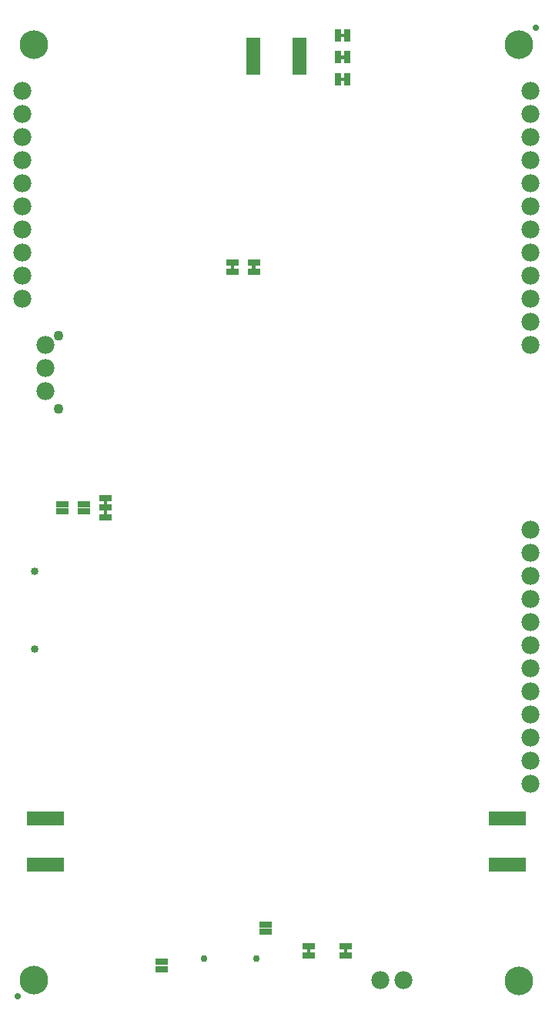
<source format=gbr>
G04 EAGLE Gerber RS-274X export*
G75*
%MOMM*%
%FSLAX34Y34*%
%LPD*%
%INSoldermask Bottom*%
%IPPOS*%
%AMOC8*
5,1,8,0,0,1.08239X$1,22.5*%
G01*
%ADD10C,0.750000*%
%ADD11R,1.370000X0.760400*%
%ADD12R,1.370000X0.735000*%
%ADD13C,1.979600*%
%ADD14R,0.760400X1.370000*%
%ADD15C,0.735000*%
%ADD16C,3.148000*%
%ADD17R,1.600000X4.100000*%
%ADD18R,4.100000X1.600000*%
%ADD19C,1.100000*%
%ADD20C,0.850000*%

G36*
X245175Y807097D02*
X245175Y807097D01*
X245241Y807099D01*
X245284Y807117D01*
X245331Y807125D01*
X245388Y807159D01*
X245448Y807184D01*
X245483Y807215D01*
X245524Y807240D01*
X245566Y807291D01*
X245614Y807335D01*
X245636Y807377D01*
X245665Y807414D01*
X245686Y807476D01*
X245717Y807535D01*
X245725Y807589D01*
X245737Y807626D01*
X245736Y807666D01*
X245744Y807720D01*
X245744Y811530D01*
X245733Y811595D01*
X245731Y811661D01*
X245713Y811704D01*
X245705Y811751D01*
X245671Y811808D01*
X245646Y811868D01*
X245615Y811903D01*
X245590Y811944D01*
X245539Y811986D01*
X245495Y812034D01*
X245453Y812056D01*
X245416Y812085D01*
X245354Y812106D01*
X245295Y812137D01*
X245241Y812145D01*
X245204Y812157D01*
X245164Y812156D01*
X245110Y812164D01*
X242570Y812164D01*
X242505Y812153D01*
X242439Y812151D01*
X242396Y812133D01*
X242349Y812125D01*
X242292Y812091D01*
X242232Y812066D01*
X242197Y812035D01*
X242156Y812010D01*
X242115Y811959D01*
X242066Y811915D01*
X242044Y811873D01*
X242015Y811836D01*
X241994Y811774D01*
X241963Y811715D01*
X241955Y811661D01*
X241943Y811624D01*
X241943Y811620D01*
X241943Y811619D01*
X241944Y811584D01*
X241936Y811530D01*
X241936Y807720D01*
X241947Y807655D01*
X241949Y807589D01*
X241967Y807546D01*
X241975Y807499D01*
X242009Y807442D01*
X242034Y807382D01*
X242065Y807347D01*
X242090Y807306D01*
X242141Y807265D01*
X242185Y807216D01*
X242227Y807194D01*
X242264Y807165D01*
X242326Y807144D01*
X242385Y807113D01*
X242439Y807105D01*
X242476Y807093D01*
X242516Y807094D01*
X242570Y807086D01*
X245110Y807086D01*
X245175Y807097D01*
G37*
G36*
X369635Y55257D02*
X369635Y55257D01*
X369701Y55259D01*
X369744Y55277D01*
X369791Y55285D01*
X369848Y55319D01*
X369908Y55344D01*
X369943Y55375D01*
X369984Y55400D01*
X370026Y55451D01*
X370074Y55495D01*
X370096Y55537D01*
X370125Y55574D01*
X370146Y55636D01*
X370177Y55695D01*
X370185Y55749D01*
X370197Y55786D01*
X370196Y55826D01*
X370204Y55880D01*
X370204Y59690D01*
X370193Y59755D01*
X370191Y59821D01*
X370173Y59864D01*
X370165Y59911D01*
X370131Y59968D01*
X370106Y60028D01*
X370075Y60063D01*
X370050Y60104D01*
X369999Y60146D01*
X369955Y60194D01*
X369913Y60216D01*
X369876Y60245D01*
X369814Y60266D01*
X369755Y60297D01*
X369701Y60305D01*
X369664Y60317D01*
X369624Y60316D01*
X369570Y60324D01*
X367030Y60324D01*
X366965Y60313D01*
X366899Y60311D01*
X366856Y60293D01*
X366809Y60285D01*
X366752Y60251D01*
X366692Y60226D01*
X366657Y60195D01*
X366616Y60170D01*
X366575Y60119D01*
X366526Y60075D01*
X366504Y60033D01*
X366475Y59996D01*
X366454Y59934D01*
X366423Y59875D01*
X366415Y59821D01*
X366403Y59784D01*
X366403Y59780D01*
X366403Y59779D01*
X366404Y59744D01*
X366396Y59690D01*
X366396Y55880D01*
X366407Y55815D01*
X366409Y55749D01*
X366427Y55706D01*
X366435Y55659D01*
X366469Y55602D01*
X366494Y55542D01*
X366525Y55507D01*
X366550Y55466D01*
X366601Y55425D01*
X366645Y55376D01*
X366687Y55354D01*
X366724Y55325D01*
X366786Y55304D01*
X366845Y55273D01*
X366899Y55265D01*
X366936Y55253D01*
X366976Y55254D01*
X367030Y55246D01*
X369570Y55246D01*
X369635Y55257D01*
G37*
G36*
X105475Y537222D02*
X105475Y537222D01*
X105541Y537224D01*
X105584Y537242D01*
X105631Y537250D01*
X105688Y537284D01*
X105748Y537309D01*
X105783Y537340D01*
X105824Y537365D01*
X105866Y537416D01*
X105914Y537460D01*
X105936Y537502D01*
X105965Y537539D01*
X105986Y537601D01*
X106017Y537660D01*
X106025Y537714D01*
X106037Y537751D01*
X106036Y537791D01*
X106044Y537845D01*
X106044Y541655D01*
X106033Y541720D01*
X106031Y541786D01*
X106013Y541829D01*
X106005Y541876D01*
X105971Y541933D01*
X105946Y541993D01*
X105915Y542028D01*
X105890Y542069D01*
X105839Y542111D01*
X105795Y542159D01*
X105753Y542181D01*
X105716Y542210D01*
X105654Y542231D01*
X105595Y542262D01*
X105541Y542270D01*
X105504Y542282D01*
X105464Y542281D01*
X105410Y542289D01*
X102870Y542289D01*
X102805Y542278D01*
X102739Y542276D01*
X102696Y542258D01*
X102649Y542250D01*
X102592Y542216D01*
X102532Y542191D01*
X102497Y542160D01*
X102456Y542135D01*
X102415Y542084D01*
X102366Y542040D01*
X102344Y541998D01*
X102315Y541961D01*
X102294Y541899D01*
X102263Y541840D01*
X102255Y541786D01*
X102243Y541749D01*
X102243Y541745D01*
X102243Y541744D01*
X102244Y541709D01*
X102236Y541655D01*
X102236Y537845D01*
X102247Y537780D01*
X102249Y537714D01*
X102267Y537671D01*
X102275Y537624D01*
X102309Y537567D01*
X102334Y537507D01*
X102365Y537472D01*
X102390Y537431D01*
X102441Y537390D01*
X102485Y537341D01*
X102527Y537319D01*
X102564Y537290D01*
X102626Y537269D01*
X102685Y537238D01*
X102739Y537230D01*
X102776Y537218D01*
X102816Y537219D01*
X102870Y537211D01*
X105410Y537211D01*
X105475Y537222D01*
G37*
G36*
X268670Y807097D02*
X268670Y807097D01*
X268736Y807099D01*
X268779Y807117D01*
X268826Y807125D01*
X268883Y807159D01*
X268943Y807184D01*
X268978Y807215D01*
X269019Y807240D01*
X269061Y807291D01*
X269109Y807335D01*
X269131Y807377D01*
X269160Y807414D01*
X269181Y807476D01*
X269212Y807535D01*
X269220Y807589D01*
X269232Y807626D01*
X269231Y807666D01*
X269239Y807720D01*
X269239Y811530D01*
X269228Y811595D01*
X269226Y811661D01*
X269208Y811704D01*
X269200Y811751D01*
X269166Y811808D01*
X269141Y811868D01*
X269110Y811903D01*
X269085Y811944D01*
X269034Y811986D01*
X268990Y812034D01*
X268948Y812056D01*
X268911Y812085D01*
X268849Y812106D01*
X268790Y812137D01*
X268736Y812145D01*
X268699Y812157D01*
X268659Y812156D01*
X268605Y812164D01*
X266065Y812164D01*
X266000Y812153D01*
X265934Y812151D01*
X265891Y812133D01*
X265844Y812125D01*
X265787Y812091D01*
X265727Y812066D01*
X265692Y812035D01*
X265651Y812010D01*
X265610Y811959D01*
X265561Y811915D01*
X265539Y811873D01*
X265510Y811836D01*
X265489Y811774D01*
X265458Y811715D01*
X265450Y811661D01*
X265438Y811624D01*
X265438Y811620D01*
X265438Y811619D01*
X265439Y811584D01*
X265431Y811530D01*
X265431Y807720D01*
X265442Y807655D01*
X265444Y807589D01*
X265462Y807546D01*
X265470Y807499D01*
X265504Y807442D01*
X265529Y807382D01*
X265560Y807347D01*
X265585Y807306D01*
X265636Y807265D01*
X265680Y807216D01*
X265722Y807194D01*
X265759Y807165D01*
X265821Y807144D01*
X265880Y807113D01*
X265934Y807105D01*
X265971Y807093D01*
X266011Y807094D01*
X266065Y807086D01*
X268605Y807086D01*
X268670Y807097D01*
G37*
G36*
X328995Y55257D02*
X328995Y55257D01*
X329061Y55259D01*
X329104Y55277D01*
X329151Y55285D01*
X329208Y55319D01*
X329268Y55344D01*
X329303Y55375D01*
X329344Y55400D01*
X329386Y55451D01*
X329434Y55495D01*
X329456Y55537D01*
X329485Y55574D01*
X329506Y55636D01*
X329537Y55695D01*
X329545Y55749D01*
X329557Y55786D01*
X329556Y55826D01*
X329564Y55880D01*
X329564Y59690D01*
X329553Y59755D01*
X329551Y59821D01*
X329533Y59864D01*
X329525Y59911D01*
X329491Y59968D01*
X329466Y60028D01*
X329435Y60063D01*
X329410Y60104D01*
X329359Y60146D01*
X329315Y60194D01*
X329273Y60216D01*
X329236Y60245D01*
X329174Y60266D01*
X329115Y60297D01*
X329061Y60305D01*
X329024Y60317D01*
X328984Y60316D01*
X328930Y60324D01*
X326390Y60324D01*
X326325Y60313D01*
X326259Y60311D01*
X326216Y60293D01*
X326169Y60285D01*
X326112Y60251D01*
X326052Y60226D01*
X326017Y60195D01*
X325976Y60170D01*
X325935Y60119D01*
X325886Y60075D01*
X325864Y60033D01*
X325835Y59996D01*
X325814Y59934D01*
X325783Y59875D01*
X325775Y59821D01*
X325763Y59784D01*
X325763Y59780D01*
X325763Y59779D01*
X325764Y59744D01*
X325756Y59690D01*
X325756Y55880D01*
X325767Y55815D01*
X325769Y55749D01*
X325787Y55706D01*
X325795Y55659D01*
X325829Y55602D01*
X325854Y55542D01*
X325885Y55507D01*
X325910Y55466D01*
X325961Y55425D01*
X326005Y55376D01*
X326047Y55354D01*
X326084Y55325D01*
X326146Y55304D01*
X326205Y55273D01*
X326259Y55265D01*
X326296Y55253D01*
X326336Y55254D01*
X326390Y55246D01*
X328930Y55246D01*
X328995Y55257D01*
G37*
G36*
X105475Y547382D02*
X105475Y547382D01*
X105541Y547384D01*
X105584Y547402D01*
X105631Y547410D01*
X105688Y547444D01*
X105748Y547469D01*
X105783Y547500D01*
X105824Y547525D01*
X105866Y547576D01*
X105914Y547620D01*
X105936Y547662D01*
X105965Y547699D01*
X105986Y547761D01*
X106017Y547820D01*
X106025Y547874D01*
X106037Y547911D01*
X106036Y547951D01*
X106044Y548005D01*
X106044Y551815D01*
X106033Y551880D01*
X106031Y551946D01*
X106013Y551989D01*
X106005Y552036D01*
X105971Y552093D01*
X105946Y552153D01*
X105915Y552188D01*
X105890Y552229D01*
X105839Y552271D01*
X105795Y552319D01*
X105753Y552341D01*
X105716Y552370D01*
X105654Y552391D01*
X105595Y552422D01*
X105541Y552430D01*
X105504Y552442D01*
X105464Y552441D01*
X105410Y552449D01*
X102870Y552449D01*
X102805Y552438D01*
X102739Y552436D01*
X102696Y552418D01*
X102649Y552410D01*
X102592Y552376D01*
X102532Y552351D01*
X102497Y552320D01*
X102456Y552295D01*
X102415Y552244D01*
X102366Y552200D01*
X102344Y552158D01*
X102315Y552121D01*
X102294Y552059D01*
X102263Y552000D01*
X102255Y551946D01*
X102243Y551909D01*
X102243Y551905D01*
X102243Y551904D01*
X102244Y551869D01*
X102236Y551815D01*
X102236Y548005D01*
X102247Y547940D01*
X102249Y547874D01*
X102267Y547831D01*
X102275Y547784D01*
X102309Y547727D01*
X102334Y547667D01*
X102365Y547632D01*
X102390Y547591D01*
X102441Y547550D01*
X102485Y547501D01*
X102527Y547479D01*
X102564Y547450D01*
X102626Y547429D01*
X102685Y547398D01*
X102739Y547390D01*
X102776Y547378D01*
X102816Y547379D01*
X102870Y547371D01*
X105410Y547371D01*
X105475Y547382D01*
G37*
G36*
X367095Y1014107D02*
X367095Y1014107D01*
X367161Y1014109D01*
X367204Y1014127D01*
X367251Y1014135D01*
X367308Y1014169D01*
X367368Y1014194D01*
X367403Y1014225D01*
X367444Y1014250D01*
X367486Y1014301D01*
X367534Y1014345D01*
X367556Y1014387D01*
X367585Y1014424D01*
X367606Y1014486D01*
X367637Y1014545D01*
X367645Y1014599D01*
X367657Y1014636D01*
X367656Y1014676D01*
X367664Y1014730D01*
X367664Y1017270D01*
X367653Y1017335D01*
X367651Y1017401D01*
X367633Y1017444D01*
X367625Y1017491D01*
X367591Y1017548D01*
X367566Y1017608D01*
X367535Y1017643D01*
X367510Y1017684D01*
X367459Y1017726D01*
X367415Y1017774D01*
X367373Y1017796D01*
X367336Y1017825D01*
X367274Y1017846D01*
X367215Y1017877D01*
X367161Y1017885D01*
X367124Y1017897D01*
X367084Y1017896D01*
X367030Y1017904D01*
X363220Y1017904D01*
X363155Y1017893D01*
X363089Y1017891D01*
X363046Y1017873D01*
X362999Y1017865D01*
X362942Y1017831D01*
X362882Y1017806D01*
X362847Y1017775D01*
X362806Y1017750D01*
X362765Y1017699D01*
X362716Y1017655D01*
X362694Y1017613D01*
X362665Y1017576D01*
X362644Y1017514D01*
X362613Y1017455D01*
X362605Y1017401D01*
X362593Y1017364D01*
X362593Y1017361D01*
X362594Y1017324D01*
X362586Y1017270D01*
X362586Y1014730D01*
X362597Y1014665D01*
X362599Y1014599D01*
X362617Y1014556D01*
X362625Y1014509D01*
X362659Y1014452D01*
X362684Y1014392D01*
X362715Y1014357D01*
X362740Y1014316D01*
X362791Y1014275D01*
X362835Y1014226D01*
X362877Y1014204D01*
X362914Y1014175D01*
X362976Y1014154D01*
X363035Y1014123D01*
X363089Y1014115D01*
X363126Y1014103D01*
X363166Y1014104D01*
X363220Y1014096D01*
X367030Y1014096D01*
X367095Y1014107D01*
G37*
G36*
X367095Y1038237D02*
X367095Y1038237D01*
X367161Y1038239D01*
X367204Y1038257D01*
X367251Y1038265D01*
X367308Y1038299D01*
X367368Y1038324D01*
X367403Y1038355D01*
X367444Y1038380D01*
X367486Y1038431D01*
X367534Y1038475D01*
X367556Y1038517D01*
X367585Y1038554D01*
X367606Y1038616D01*
X367637Y1038675D01*
X367645Y1038729D01*
X367657Y1038766D01*
X367656Y1038806D01*
X367664Y1038860D01*
X367664Y1041400D01*
X367653Y1041465D01*
X367651Y1041531D01*
X367633Y1041574D01*
X367625Y1041621D01*
X367591Y1041678D01*
X367566Y1041738D01*
X367535Y1041773D01*
X367510Y1041814D01*
X367459Y1041856D01*
X367415Y1041904D01*
X367373Y1041926D01*
X367336Y1041955D01*
X367274Y1041976D01*
X367215Y1042007D01*
X367161Y1042015D01*
X367124Y1042027D01*
X367084Y1042026D01*
X367030Y1042034D01*
X363220Y1042034D01*
X363155Y1042023D01*
X363089Y1042021D01*
X363046Y1042003D01*
X362999Y1041995D01*
X362942Y1041961D01*
X362882Y1041936D01*
X362847Y1041905D01*
X362806Y1041880D01*
X362765Y1041829D01*
X362716Y1041785D01*
X362694Y1041743D01*
X362665Y1041706D01*
X362644Y1041644D01*
X362613Y1041585D01*
X362605Y1041531D01*
X362593Y1041494D01*
X362593Y1041491D01*
X362594Y1041454D01*
X362586Y1041400D01*
X362586Y1038860D01*
X362597Y1038795D01*
X362599Y1038729D01*
X362617Y1038686D01*
X362625Y1038639D01*
X362659Y1038582D01*
X362684Y1038522D01*
X362715Y1038487D01*
X362740Y1038446D01*
X362791Y1038405D01*
X362835Y1038356D01*
X362877Y1038334D01*
X362914Y1038305D01*
X362976Y1038284D01*
X363035Y1038253D01*
X363089Y1038245D01*
X363126Y1038233D01*
X363166Y1038234D01*
X363220Y1038226D01*
X367030Y1038226D01*
X367095Y1038237D01*
G37*
G36*
X367095Y1062367D02*
X367095Y1062367D01*
X367161Y1062369D01*
X367204Y1062387D01*
X367251Y1062395D01*
X367308Y1062429D01*
X367368Y1062454D01*
X367403Y1062485D01*
X367444Y1062510D01*
X367486Y1062561D01*
X367534Y1062605D01*
X367556Y1062647D01*
X367585Y1062684D01*
X367606Y1062746D01*
X367637Y1062805D01*
X367645Y1062859D01*
X367657Y1062896D01*
X367656Y1062936D01*
X367664Y1062990D01*
X367664Y1065530D01*
X367653Y1065595D01*
X367651Y1065661D01*
X367633Y1065704D01*
X367625Y1065751D01*
X367591Y1065808D01*
X367566Y1065868D01*
X367535Y1065903D01*
X367510Y1065944D01*
X367459Y1065986D01*
X367415Y1066034D01*
X367373Y1066056D01*
X367336Y1066085D01*
X367274Y1066106D01*
X367215Y1066137D01*
X367161Y1066145D01*
X367124Y1066157D01*
X367084Y1066156D01*
X367030Y1066164D01*
X363220Y1066164D01*
X363155Y1066153D01*
X363089Y1066151D01*
X363046Y1066133D01*
X362999Y1066125D01*
X362942Y1066091D01*
X362882Y1066066D01*
X362847Y1066035D01*
X362806Y1066010D01*
X362765Y1065959D01*
X362716Y1065915D01*
X362694Y1065873D01*
X362665Y1065836D01*
X362644Y1065774D01*
X362613Y1065715D01*
X362605Y1065661D01*
X362593Y1065624D01*
X362593Y1065621D01*
X362594Y1065584D01*
X362586Y1065530D01*
X362586Y1062990D01*
X362597Y1062925D01*
X362599Y1062859D01*
X362617Y1062816D01*
X362625Y1062769D01*
X362659Y1062712D01*
X362684Y1062652D01*
X362715Y1062617D01*
X362740Y1062576D01*
X362791Y1062535D01*
X362835Y1062486D01*
X362877Y1062464D01*
X362914Y1062435D01*
X362976Y1062414D01*
X363035Y1062383D01*
X363089Y1062375D01*
X363126Y1062363D01*
X363166Y1062364D01*
X363220Y1062356D01*
X367030Y1062356D01*
X367095Y1062367D01*
G37*
D10*
X212400Y49050D03*
X270200Y49050D03*
D11*
X327660Y62992D03*
X327660Y52578D03*
X368300Y62992D03*
X368300Y52578D03*
D12*
X280670Y86614D03*
X280670Y78486D03*
D11*
X104140Y555244D03*
X104140Y544830D03*
X104140Y534416D03*
D13*
X406400Y25400D03*
X431800Y25400D03*
D14*
X370332Y1064260D03*
X359918Y1064260D03*
X370332Y1016000D03*
X359918Y1016000D03*
X370332Y1040130D03*
X359918Y1040130D03*
D11*
X243840Y814832D03*
X243840Y804418D03*
X267335Y814832D03*
X267335Y804418D03*
D13*
X571500Y241300D03*
X571500Y266700D03*
X571500Y292100D03*
X571500Y317500D03*
X571500Y342900D03*
X571500Y368300D03*
X571500Y393700D03*
X571500Y419100D03*
X571500Y444500D03*
X571500Y469900D03*
X571500Y495300D03*
X571500Y520700D03*
D12*
X57150Y540766D03*
X57150Y548894D03*
X80645Y540766D03*
X80645Y548894D03*
D15*
X7620Y7620D03*
X577215Y1072515D03*
D16*
X25400Y1054100D03*
X558800Y24130D03*
X25400Y25400D03*
X558800Y1054100D03*
D17*
X266700Y1041400D03*
X317500Y1041400D03*
D18*
X546100Y203200D03*
X546100Y152400D03*
X38100Y152400D03*
X38100Y203200D03*
D12*
X165735Y37211D03*
X165735Y45339D03*
D19*
X52705Y654030D03*
X52705Y734030D03*
D13*
X12700Y774700D03*
X12700Y800100D03*
X12700Y825500D03*
X12700Y850900D03*
X12700Y876300D03*
X12700Y901700D03*
X12700Y927100D03*
X12700Y952500D03*
X12700Y977900D03*
X12700Y1003300D03*
D20*
X26160Y389765D03*
X26160Y474765D03*
D13*
X571500Y723900D03*
X571500Y749300D03*
X571500Y774700D03*
X571500Y800100D03*
X571500Y825500D03*
X571500Y850900D03*
X571500Y876300D03*
X571500Y901700D03*
X571500Y927100D03*
X571500Y952500D03*
X571500Y977900D03*
X571500Y1003300D03*
X38100Y723900D03*
X38100Y698500D03*
X38100Y673100D03*
M02*

</source>
